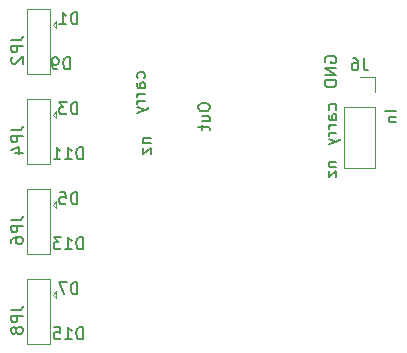
<source format=gbr>
G04 #@! TF.GenerationSoftware,KiCad,Pcbnew,5.1.5+dfsg1-2build2*
G04 #@! TF.CreationDate,2021-02-11T10:51:17+00:00*
G04 #@! TF.ProjectId,alu,616c752e-6b69-4636-9164-5f7063625858,rev?*
G04 #@! TF.SameCoordinates,Original*
G04 #@! TF.FileFunction,Legend,Bot*
G04 #@! TF.FilePolarity,Positive*
%FSLAX46Y46*%
G04 Gerber Fmt 4.6, Leading zero omitted, Abs format (unit mm)*
G04 Created by KiCad (PCBNEW 5.1.5+dfsg1-2build2) date 2021-02-11 10:51:17*
%MOMM*%
%LPD*%
G04 APERTURE LIST*
%ADD10C,0.150000*%
%ADD11C,0.120000*%
G04 APERTURE END LIST*
D10*
X57952380Y-65166666D02*
X57952380Y-65357142D01*
X58000000Y-65452380D01*
X58095238Y-65547619D01*
X58285714Y-65595238D01*
X58619047Y-65595238D01*
X58809523Y-65547619D01*
X58904761Y-65452380D01*
X58952380Y-65357142D01*
X58952380Y-65166666D01*
X58904761Y-65071428D01*
X58809523Y-64976190D01*
X58619047Y-64928571D01*
X58285714Y-64928571D01*
X58095238Y-64976190D01*
X58000000Y-65071428D01*
X57952380Y-65166666D01*
X58285714Y-66452380D02*
X58952380Y-66452380D01*
X58285714Y-66023809D02*
X58809523Y-66023809D01*
X58904761Y-66071428D01*
X58952380Y-66166666D01*
X58952380Y-66309523D01*
X58904761Y-66404761D01*
X58857142Y-66452380D01*
X58285714Y-66785714D02*
X58285714Y-67166666D01*
X57952380Y-66928571D02*
X58809523Y-66928571D01*
X58904761Y-66976190D01*
X58952380Y-67071428D01*
X58952380Y-67166666D01*
X53404761Y-62785714D02*
X53452380Y-62690476D01*
X53452380Y-62500000D01*
X53404761Y-62404761D01*
X53357142Y-62357142D01*
X53261904Y-62309523D01*
X52976190Y-62309523D01*
X52880952Y-62357142D01*
X52833333Y-62404761D01*
X52785714Y-62500000D01*
X52785714Y-62690476D01*
X52833333Y-62785714D01*
X53452380Y-63642857D02*
X52928571Y-63642857D01*
X52833333Y-63595238D01*
X52785714Y-63500000D01*
X52785714Y-63309523D01*
X52833333Y-63214285D01*
X53404761Y-63642857D02*
X53452380Y-63547619D01*
X53452380Y-63309523D01*
X53404761Y-63214285D01*
X53309523Y-63166666D01*
X53214285Y-63166666D01*
X53119047Y-63214285D01*
X53071428Y-63309523D01*
X53071428Y-63547619D01*
X53023809Y-63642857D01*
X53452380Y-64119047D02*
X52785714Y-64119047D01*
X52976190Y-64119047D02*
X52880952Y-64166666D01*
X52833333Y-64214285D01*
X52785714Y-64309523D01*
X52785714Y-64404761D01*
X53452380Y-64738095D02*
X52785714Y-64738095D01*
X52976190Y-64738095D02*
X52880952Y-64785714D01*
X52833333Y-64833333D01*
X52785714Y-64928571D01*
X52785714Y-65023809D01*
X52785714Y-65261904D02*
X53452380Y-65500000D01*
X52785714Y-65738095D02*
X53452380Y-65500000D01*
X53690476Y-65404761D01*
X53738095Y-65357142D01*
X53785714Y-65261904D01*
X53285714Y-67880952D02*
X53952380Y-67880952D01*
X53380952Y-67880952D02*
X53333333Y-67928571D01*
X53285714Y-68023809D01*
X53285714Y-68166666D01*
X53333333Y-68261904D01*
X53428571Y-68309523D01*
X53952380Y-68309523D01*
X53285714Y-68690476D02*
X53285714Y-69214285D01*
X53952380Y-68690476D01*
X53952380Y-69214285D01*
X48204285Y-84907380D02*
X48204285Y-83907380D01*
X47966190Y-83907380D01*
X47823333Y-83955000D01*
X47728095Y-84050238D01*
X47680476Y-84145476D01*
X47632857Y-84335952D01*
X47632857Y-84478809D01*
X47680476Y-84669285D01*
X47728095Y-84764523D01*
X47823333Y-84859761D01*
X47966190Y-84907380D01*
X48204285Y-84907380D01*
X46680476Y-84907380D02*
X47251904Y-84907380D01*
X46966190Y-84907380D02*
X46966190Y-83907380D01*
X47061428Y-84050238D01*
X47156666Y-84145476D01*
X47251904Y-84193095D01*
X45775714Y-83907380D02*
X46251904Y-83907380D01*
X46299523Y-84383571D01*
X46251904Y-84335952D01*
X46156666Y-84288333D01*
X45918571Y-84288333D01*
X45823333Y-84335952D01*
X45775714Y-84383571D01*
X45728095Y-84478809D01*
X45728095Y-84716904D01*
X45775714Y-84812142D01*
X45823333Y-84859761D01*
X45918571Y-84907380D01*
X46156666Y-84907380D01*
X46251904Y-84859761D01*
X46299523Y-84812142D01*
X47728095Y-81097380D02*
X47728095Y-80097380D01*
X47490000Y-80097380D01*
X47347142Y-80145000D01*
X47251904Y-80240238D01*
X47204285Y-80335476D01*
X47156666Y-80525952D01*
X47156666Y-80668809D01*
X47204285Y-80859285D01*
X47251904Y-80954523D01*
X47347142Y-81049761D01*
X47490000Y-81097380D01*
X47728095Y-81097380D01*
X46823333Y-80097380D02*
X46156666Y-80097380D01*
X46585238Y-81097380D01*
X48204285Y-77287380D02*
X48204285Y-76287380D01*
X47966190Y-76287380D01*
X47823333Y-76335000D01*
X47728095Y-76430238D01*
X47680476Y-76525476D01*
X47632857Y-76715952D01*
X47632857Y-76858809D01*
X47680476Y-77049285D01*
X47728095Y-77144523D01*
X47823333Y-77239761D01*
X47966190Y-77287380D01*
X48204285Y-77287380D01*
X46680476Y-77287380D02*
X47251904Y-77287380D01*
X46966190Y-77287380D02*
X46966190Y-76287380D01*
X47061428Y-76430238D01*
X47156666Y-76525476D01*
X47251904Y-76573095D01*
X46347142Y-76287380D02*
X45728095Y-76287380D01*
X46061428Y-76668333D01*
X45918571Y-76668333D01*
X45823333Y-76715952D01*
X45775714Y-76763571D01*
X45728095Y-76858809D01*
X45728095Y-77096904D01*
X45775714Y-77192142D01*
X45823333Y-77239761D01*
X45918571Y-77287380D01*
X46204285Y-77287380D01*
X46299523Y-77239761D01*
X46347142Y-77192142D01*
X47728095Y-73477380D02*
X47728095Y-72477380D01*
X47490000Y-72477380D01*
X47347142Y-72525000D01*
X47251904Y-72620238D01*
X47204285Y-72715476D01*
X47156666Y-72905952D01*
X47156666Y-73048809D01*
X47204285Y-73239285D01*
X47251904Y-73334523D01*
X47347142Y-73429761D01*
X47490000Y-73477380D01*
X47728095Y-73477380D01*
X46251904Y-72477380D02*
X46728095Y-72477380D01*
X46775714Y-72953571D01*
X46728095Y-72905952D01*
X46632857Y-72858333D01*
X46394761Y-72858333D01*
X46299523Y-72905952D01*
X46251904Y-72953571D01*
X46204285Y-73048809D01*
X46204285Y-73286904D01*
X46251904Y-73382142D01*
X46299523Y-73429761D01*
X46394761Y-73477380D01*
X46632857Y-73477380D01*
X46728095Y-73429761D01*
X46775714Y-73382142D01*
X48204285Y-69667380D02*
X48204285Y-68667380D01*
X47966190Y-68667380D01*
X47823333Y-68715000D01*
X47728095Y-68810238D01*
X47680476Y-68905476D01*
X47632857Y-69095952D01*
X47632857Y-69238809D01*
X47680476Y-69429285D01*
X47728095Y-69524523D01*
X47823333Y-69619761D01*
X47966190Y-69667380D01*
X48204285Y-69667380D01*
X46680476Y-69667380D02*
X47251904Y-69667380D01*
X46966190Y-69667380D02*
X46966190Y-68667380D01*
X47061428Y-68810238D01*
X47156666Y-68905476D01*
X47251904Y-68953095D01*
X45728095Y-69667380D02*
X46299523Y-69667380D01*
X46013809Y-69667380D02*
X46013809Y-68667380D01*
X46109047Y-68810238D01*
X46204285Y-68905476D01*
X46299523Y-68953095D01*
X47728095Y-65857380D02*
X47728095Y-64857380D01*
X47490000Y-64857380D01*
X47347142Y-64905000D01*
X47251904Y-65000238D01*
X47204285Y-65095476D01*
X47156666Y-65285952D01*
X47156666Y-65428809D01*
X47204285Y-65619285D01*
X47251904Y-65714523D01*
X47347142Y-65809761D01*
X47490000Y-65857380D01*
X47728095Y-65857380D01*
X46823333Y-64857380D02*
X46204285Y-64857380D01*
X46537619Y-65238333D01*
X46394761Y-65238333D01*
X46299523Y-65285952D01*
X46251904Y-65333571D01*
X46204285Y-65428809D01*
X46204285Y-65666904D01*
X46251904Y-65762142D01*
X46299523Y-65809761D01*
X46394761Y-65857380D01*
X46680476Y-65857380D01*
X46775714Y-65809761D01*
X46823333Y-65762142D01*
X47093095Y-62047380D02*
X47093095Y-61047380D01*
X46855000Y-61047380D01*
X46712142Y-61095000D01*
X46616904Y-61190238D01*
X46569285Y-61285476D01*
X46521666Y-61475952D01*
X46521666Y-61618809D01*
X46569285Y-61809285D01*
X46616904Y-61904523D01*
X46712142Y-61999761D01*
X46855000Y-62047380D01*
X47093095Y-62047380D01*
X46045476Y-62047380D02*
X45855000Y-62047380D01*
X45759761Y-61999761D01*
X45712142Y-61952142D01*
X45616904Y-61809285D01*
X45569285Y-61618809D01*
X45569285Y-61237857D01*
X45616904Y-61142619D01*
X45664523Y-61095000D01*
X45759761Y-61047380D01*
X45950238Y-61047380D01*
X46045476Y-61095000D01*
X46093095Y-61142619D01*
X46140714Y-61237857D01*
X46140714Y-61475952D01*
X46093095Y-61571190D01*
X46045476Y-61618809D01*
X45950238Y-61666428D01*
X45759761Y-61666428D01*
X45664523Y-61618809D01*
X45616904Y-61571190D01*
X45569285Y-61475952D01*
X47728095Y-58237380D02*
X47728095Y-57237380D01*
X47490000Y-57237380D01*
X47347142Y-57285000D01*
X47251904Y-57380238D01*
X47204285Y-57475476D01*
X47156666Y-57665952D01*
X47156666Y-57808809D01*
X47204285Y-57999285D01*
X47251904Y-58094523D01*
X47347142Y-58189761D01*
X47490000Y-58237380D01*
X47728095Y-58237380D01*
X46204285Y-58237380D02*
X46775714Y-58237380D01*
X46490000Y-58237380D02*
X46490000Y-57237380D01*
X46585238Y-57380238D01*
X46680476Y-57475476D01*
X46775714Y-57523095D01*
X68715000Y-61468095D02*
X68667380Y-61372857D01*
X68667380Y-61230000D01*
X68715000Y-61087142D01*
X68810238Y-60991904D01*
X68905476Y-60944285D01*
X69095952Y-60896666D01*
X69238809Y-60896666D01*
X69429285Y-60944285D01*
X69524523Y-60991904D01*
X69619761Y-61087142D01*
X69667380Y-61230000D01*
X69667380Y-61325238D01*
X69619761Y-61468095D01*
X69572142Y-61515714D01*
X69238809Y-61515714D01*
X69238809Y-61325238D01*
X69667380Y-61944285D02*
X68667380Y-61944285D01*
X69667380Y-62515714D01*
X68667380Y-62515714D01*
X69667380Y-62991904D02*
X68667380Y-62991904D01*
X68667380Y-63230000D01*
X68715000Y-63372857D01*
X68810238Y-63468095D01*
X68905476Y-63515714D01*
X69095952Y-63563333D01*
X69238809Y-63563333D01*
X69429285Y-63515714D01*
X69524523Y-63468095D01*
X69619761Y-63372857D01*
X69667380Y-63230000D01*
X69667380Y-62991904D01*
X69000714Y-69865952D02*
X69667380Y-69865952D01*
X69095952Y-69865952D02*
X69048333Y-69913571D01*
X69000714Y-70008809D01*
X69000714Y-70151666D01*
X69048333Y-70246904D01*
X69143571Y-70294523D01*
X69667380Y-70294523D01*
X69000714Y-70675476D02*
X69000714Y-71199285D01*
X69667380Y-70675476D01*
X69667380Y-71199285D01*
X69619761Y-65460714D02*
X69667380Y-65365476D01*
X69667380Y-65175000D01*
X69619761Y-65079761D01*
X69572142Y-65032142D01*
X69476904Y-64984523D01*
X69191190Y-64984523D01*
X69095952Y-65032142D01*
X69048333Y-65079761D01*
X69000714Y-65175000D01*
X69000714Y-65365476D01*
X69048333Y-65460714D01*
X69667380Y-66317857D02*
X69143571Y-66317857D01*
X69048333Y-66270238D01*
X69000714Y-66175000D01*
X69000714Y-65984523D01*
X69048333Y-65889285D01*
X69619761Y-66317857D02*
X69667380Y-66222619D01*
X69667380Y-65984523D01*
X69619761Y-65889285D01*
X69524523Y-65841666D01*
X69429285Y-65841666D01*
X69334047Y-65889285D01*
X69286428Y-65984523D01*
X69286428Y-66222619D01*
X69238809Y-66317857D01*
X69667380Y-66794047D02*
X69000714Y-66794047D01*
X69191190Y-66794047D02*
X69095952Y-66841666D01*
X69048333Y-66889285D01*
X69000714Y-66984523D01*
X69000714Y-67079761D01*
X69667380Y-67413095D02*
X69000714Y-67413095D01*
X69191190Y-67413095D02*
X69095952Y-67460714D01*
X69048333Y-67508333D01*
X69000714Y-67603571D01*
X69000714Y-67698809D01*
X69000714Y-67936904D02*
X69667380Y-68175000D01*
X69000714Y-68413095D02*
X69667380Y-68175000D01*
X69905476Y-68079761D01*
X69953095Y-68032142D01*
X70000714Y-67936904D01*
X74747380Y-65587619D02*
X73747380Y-65587619D01*
X74080714Y-66063809D02*
X74747380Y-66063809D01*
X74175952Y-66063809D02*
X74128333Y-66111428D01*
X74080714Y-66206666D01*
X74080714Y-66349523D01*
X74128333Y-66444761D01*
X74223571Y-66492380D01*
X74747380Y-66492380D01*
D11*
X72958000Y-70418000D02*
X70298000Y-70418000D01*
X72958000Y-65278000D02*
X72958000Y-70418000D01*
X70298000Y-65278000D02*
X70298000Y-70418000D01*
X72958000Y-65278000D02*
X70298000Y-65278000D01*
X72958000Y-64008000D02*
X72958000Y-62678000D01*
X72958000Y-62678000D02*
X71628000Y-62678000D01*
X43450000Y-56940000D02*
X43450000Y-62440000D01*
X43450000Y-62440000D02*
X45400000Y-62440000D01*
X45400000Y-62440000D02*
X45400000Y-56940000D01*
X45400000Y-56940000D02*
X43450000Y-56940000D01*
X45650000Y-58290000D02*
X45950000Y-57990000D01*
X45950000Y-57990000D02*
X45950000Y-58590000D01*
X45950000Y-58590000D02*
X45650000Y-58290000D01*
X43450000Y-64560000D02*
X43450000Y-70060000D01*
X43450000Y-70060000D02*
X45400000Y-70060000D01*
X45400000Y-70060000D02*
X45400000Y-64560000D01*
X45400000Y-64560000D02*
X43450000Y-64560000D01*
X45650000Y-65910000D02*
X45950000Y-65610000D01*
X45950000Y-65610000D02*
X45950000Y-66210000D01*
X45950000Y-66210000D02*
X45650000Y-65910000D01*
X43450000Y-72180000D02*
X43450000Y-77680000D01*
X43450000Y-77680000D02*
X45400000Y-77680000D01*
X45400000Y-77680000D02*
X45400000Y-72180000D01*
X45400000Y-72180000D02*
X43450000Y-72180000D01*
X45650000Y-73530000D02*
X45950000Y-73230000D01*
X45950000Y-73230000D02*
X45950000Y-73830000D01*
X45950000Y-73830000D02*
X45650000Y-73530000D01*
X43450000Y-79800000D02*
X43450000Y-85300000D01*
X43450000Y-85300000D02*
X45400000Y-85300000D01*
X45400000Y-85300000D02*
X45400000Y-79800000D01*
X45400000Y-79800000D02*
X43450000Y-79800000D01*
X45650000Y-81150000D02*
X45950000Y-80850000D01*
X45950000Y-80850000D02*
X45950000Y-81450000D01*
X45950000Y-81450000D02*
X45650000Y-81150000D01*
D10*
X71961333Y-61130380D02*
X71961333Y-61844666D01*
X72008952Y-61987523D01*
X72104190Y-62082761D01*
X72247047Y-62130380D01*
X72342285Y-62130380D01*
X71056571Y-61130380D02*
X71247047Y-61130380D01*
X71342285Y-61178000D01*
X71389904Y-61225619D01*
X71485142Y-61368476D01*
X71532761Y-61558952D01*
X71532761Y-61939904D01*
X71485142Y-62035142D01*
X71437523Y-62082761D01*
X71342285Y-62130380D01*
X71151809Y-62130380D01*
X71056571Y-62082761D01*
X71008952Y-62035142D01*
X70961333Y-61939904D01*
X70961333Y-61701809D01*
X71008952Y-61606571D01*
X71056571Y-61558952D01*
X71151809Y-61511333D01*
X71342285Y-61511333D01*
X71437523Y-61558952D01*
X71485142Y-61606571D01*
X71532761Y-61701809D01*
X42127380Y-59581666D02*
X42841666Y-59581666D01*
X42984523Y-59534047D01*
X43079761Y-59438809D01*
X43127380Y-59295952D01*
X43127380Y-59200714D01*
X43127380Y-60057857D02*
X42127380Y-60057857D01*
X42127380Y-60438809D01*
X42175000Y-60534047D01*
X42222619Y-60581666D01*
X42317857Y-60629285D01*
X42460714Y-60629285D01*
X42555952Y-60581666D01*
X42603571Y-60534047D01*
X42651190Y-60438809D01*
X42651190Y-60057857D01*
X42222619Y-61010238D02*
X42175000Y-61057857D01*
X42127380Y-61153095D01*
X42127380Y-61391190D01*
X42175000Y-61486428D01*
X42222619Y-61534047D01*
X42317857Y-61581666D01*
X42413095Y-61581666D01*
X42555952Y-61534047D01*
X43127380Y-60962619D01*
X43127380Y-61581666D01*
X42127380Y-67201666D02*
X42841666Y-67201666D01*
X42984523Y-67154047D01*
X43079761Y-67058809D01*
X43127380Y-66915952D01*
X43127380Y-66820714D01*
X43127380Y-67677857D02*
X42127380Y-67677857D01*
X42127380Y-68058809D01*
X42175000Y-68154047D01*
X42222619Y-68201666D01*
X42317857Y-68249285D01*
X42460714Y-68249285D01*
X42555952Y-68201666D01*
X42603571Y-68154047D01*
X42651190Y-68058809D01*
X42651190Y-67677857D01*
X42460714Y-69106428D02*
X43127380Y-69106428D01*
X42079761Y-68868333D02*
X42794047Y-68630238D01*
X42794047Y-69249285D01*
X42127380Y-74821666D02*
X42841666Y-74821666D01*
X42984523Y-74774047D01*
X43079761Y-74678809D01*
X43127380Y-74535952D01*
X43127380Y-74440714D01*
X43127380Y-75297857D02*
X42127380Y-75297857D01*
X42127380Y-75678809D01*
X42175000Y-75774047D01*
X42222619Y-75821666D01*
X42317857Y-75869285D01*
X42460714Y-75869285D01*
X42555952Y-75821666D01*
X42603571Y-75774047D01*
X42651190Y-75678809D01*
X42651190Y-75297857D01*
X42127380Y-76726428D02*
X42127380Y-76535952D01*
X42175000Y-76440714D01*
X42222619Y-76393095D01*
X42365476Y-76297857D01*
X42555952Y-76250238D01*
X42936904Y-76250238D01*
X43032142Y-76297857D01*
X43079761Y-76345476D01*
X43127380Y-76440714D01*
X43127380Y-76631190D01*
X43079761Y-76726428D01*
X43032142Y-76774047D01*
X42936904Y-76821666D01*
X42698809Y-76821666D01*
X42603571Y-76774047D01*
X42555952Y-76726428D01*
X42508333Y-76631190D01*
X42508333Y-76440714D01*
X42555952Y-76345476D01*
X42603571Y-76297857D01*
X42698809Y-76250238D01*
X42127380Y-82441666D02*
X42841666Y-82441666D01*
X42984523Y-82394047D01*
X43079761Y-82298809D01*
X43127380Y-82155952D01*
X43127380Y-82060714D01*
X43127380Y-82917857D02*
X42127380Y-82917857D01*
X42127380Y-83298809D01*
X42175000Y-83394047D01*
X42222619Y-83441666D01*
X42317857Y-83489285D01*
X42460714Y-83489285D01*
X42555952Y-83441666D01*
X42603571Y-83394047D01*
X42651190Y-83298809D01*
X42651190Y-82917857D01*
X42555952Y-84060714D02*
X42508333Y-83965476D01*
X42460714Y-83917857D01*
X42365476Y-83870238D01*
X42317857Y-83870238D01*
X42222619Y-83917857D01*
X42175000Y-83965476D01*
X42127380Y-84060714D01*
X42127380Y-84251190D01*
X42175000Y-84346428D01*
X42222619Y-84394047D01*
X42317857Y-84441666D01*
X42365476Y-84441666D01*
X42460714Y-84394047D01*
X42508333Y-84346428D01*
X42555952Y-84251190D01*
X42555952Y-84060714D01*
X42603571Y-83965476D01*
X42651190Y-83917857D01*
X42746428Y-83870238D01*
X42936904Y-83870238D01*
X43032142Y-83917857D01*
X43079761Y-83965476D01*
X43127380Y-84060714D01*
X43127380Y-84251190D01*
X43079761Y-84346428D01*
X43032142Y-84394047D01*
X42936904Y-84441666D01*
X42746428Y-84441666D01*
X42651190Y-84394047D01*
X42603571Y-84346428D01*
X42555952Y-84251190D01*
M02*

</source>
